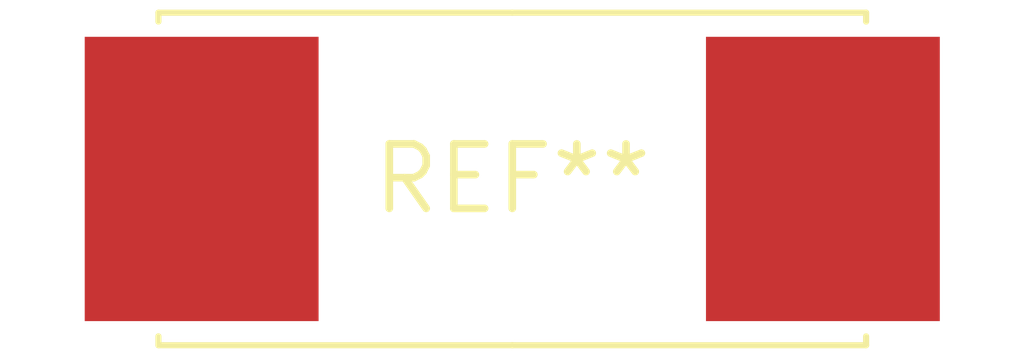
<source format=kicad_pcb>
(kicad_pcb (version 20240108) (generator pcbnew)
  (layers (0 "F.Cu" signal) (31 "B.Cu" signal) (34 "B.Paste" user) (35 "F.Paste" user) (36 "B.SilkS" user "B.Silkscreen") (37 "F.SilkS" user "F.Silkscreen") (38 "B.Mask" user) (39 "F.Mask" user) (44 "Edge.Cuts" user))
  (net 0 "")
  (footprint "L_Vishay_IHSM-4825" (layer "F.Cu") (at 0 0)
    (property "Reference" "REF**")
    (property "Value" "L_Vishay_IHSM-4825")
    (fp_line (start -6.96 -3.275) (end 0 -3.275) (layer "F.SilkS") (stroke (width 0.12)))
    (fp_line (start -6.96 -3.1) (end -6.96 -3.275) (layer "F.SilkS") (stroke (width 0.12)))
    (fp_line (start -6.96 3.1) (end -6.96 3.275) (layer "F.SilkS") (stroke (width 0.12)))
    (fp_line (start -6.96 3.275) (end 0 3.275) (layer "F.SilkS") (stroke (width 0.12)))
    (fp_line (start 6.96 -3.275) (end 0 -3.275) (layer "F.SilkS") (stroke (width 0.12)))
    (fp_line (start 6.96 -3.1) (end 6.96 -3.275) (layer "F.SilkS") (stroke (width 0.12)))
    (fp_line (start 6.96 3.1) (end 6.96 3.275) (layer "F.SilkS") (stroke (width 0.12)))
    (fp_line (start 6.96 3.275) (end 0 3.275) (layer "F.SilkS") (stroke (width 0.12)))
    (pad "1" smd rect (at -6.11 0) (size 4.6 5.6) (layers "F.Cu" "F.Paste" "F.Mask"))
    (pad "2" smd rect (at 6.11 0) (size 4.6 5.6) (layers "F.Cu" "F.Paste" "F.Mask"))
  )
)
</source>
